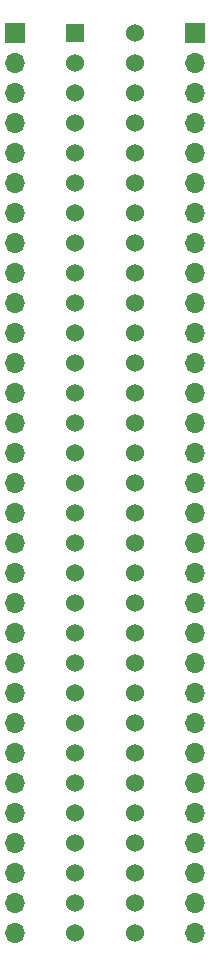
<source format=gbr>
%TF.GenerationSoftware,KiCad,Pcbnew,(5.1.8)-1*%
%TF.CreationDate,2020-12-26T11:11:33-07:00*%
%TF.ProjectId,ISA_BB,4953415f-4242-42e6-9b69-6361645f7063,rev?*%
%TF.SameCoordinates,Original*%
%TF.FileFunction,Soldermask,Bot*%
%TF.FilePolarity,Negative*%
%FSLAX46Y46*%
G04 Gerber Fmt 4.6, Leading zero omitted, Abs format (unit mm)*
G04 Created by KiCad (PCBNEW (5.1.8)-1) date 2020-12-26 11:11:33*
%MOMM*%
%LPD*%
G01*
G04 APERTURE LIST*
%ADD10O,1.700000X1.700000*%
%ADD11R,1.700000X1.700000*%
%ADD12R,1.524000X1.524000*%
%ADD13C,1.524000*%
G04 APERTURE END LIST*
D10*
%TO.C,J1*%
X160020000Y-137160000D03*
X160020000Y-134620000D03*
X160020000Y-132080000D03*
X160020000Y-129540000D03*
X160020000Y-127000000D03*
X160020000Y-124460000D03*
X160020000Y-121920000D03*
X160020000Y-119380000D03*
X160020000Y-116840000D03*
X160020000Y-114300000D03*
X160020000Y-111760000D03*
X160020000Y-109220000D03*
X160020000Y-106680000D03*
X160020000Y-104140000D03*
X160020000Y-101600000D03*
X160020000Y-99060000D03*
X160020000Y-96520000D03*
X160020000Y-93980000D03*
X160020000Y-91440000D03*
X160020000Y-88900000D03*
X160020000Y-86360000D03*
X160020000Y-83820000D03*
X160020000Y-81280000D03*
X160020000Y-78740000D03*
X160020000Y-76200000D03*
X160020000Y-73660000D03*
X160020000Y-71120000D03*
X160020000Y-68580000D03*
X160020000Y-66040000D03*
X160020000Y-63500000D03*
D11*
X160020000Y-60960000D03*
%TD*%
D12*
%TO.C,J2*%
X165100000Y-60960000D03*
D13*
X165100000Y-63500000D03*
X165100000Y-66040000D03*
X165100000Y-68580000D03*
X165100000Y-71120000D03*
X165100000Y-73660000D03*
X165100000Y-76200000D03*
X165100000Y-78740000D03*
X165100000Y-81280000D03*
X165100000Y-83820000D03*
X165100000Y-86360000D03*
X165100000Y-88900000D03*
X165100000Y-91440000D03*
X165100000Y-93980000D03*
X165100000Y-96520000D03*
X165100000Y-99060000D03*
X165100000Y-101600000D03*
X165100000Y-104140000D03*
X165100000Y-106680000D03*
X165100000Y-109220000D03*
X165100000Y-111760000D03*
X165100000Y-114300000D03*
X165100000Y-116840000D03*
X165100000Y-119380000D03*
X165100000Y-121920000D03*
X165100000Y-124460000D03*
X165100000Y-127000000D03*
X165100000Y-129540000D03*
X165100000Y-132080000D03*
X165100000Y-134620000D03*
X165100000Y-137160000D03*
X170180000Y-60960000D03*
X170180000Y-63500000D03*
X170180000Y-66040000D03*
X170180000Y-68580000D03*
X170180000Y-71120000D03*
X170180000Y-73660000D03*
X170180000Y-76200000D03*
X170180000Y-78740000D03*
X170180000Y-81280000D03*
X170180000Y-83820000D03*
X170180000Y-86360000D03*
X170180000Y-88900000D03*
X170180000Y-91440000D03*
X170180000Y-93980000D03*
X170180000Y-96520000D03*
X170180000Y-99060000D03*
X170180000Y-101600000D03*
X170180000Y-104140000D03*
X170180000Y-106680000D03*
X170180000Y-109220000D03*
X170180000Y-111760000D03*
X170180000Y-114300000D03*
X170180000Y-116840000D03*
X170180000Y-119380000D03*
X170180000Y-121920000D03*
X170180000Y-124460000D03*
X170180000Y-127000000D03*
X170180000Y-129540000D03*
X170180000Y-132080000D03*
X170180000Y-134620000D03*
X170180000Y-137160000D03*
%TD*%
D11*
%TO.C,J3*%
X175260000Y-60960000D03*
D10*
X175260000Y-63500000D03*
X175260000Y-66040000D03*
X175260000Y-68580000D03*
X175260000Y-71120000D03*
X175260000Y-73660000D03*
X175260000Y-76200000D03*
X175260000Y-78740000D03*
X175260000Y-81280000D03*
X175260000Y-83820000D03*
X175260000Y-86360000D03*
X175260000Y-88900000D03*
X175260000Y-91440000D03*
X175260000Y-93980000D03*
X175260000Y-96520000D03*
X175260000Y-99060000D03*
X175260000Y-101600000D03*
X175260000Y-104140000D03*
X175260000Y-106680000D03*
X175260000Y-109220000D03*
X175260000Y-111760000D03*
X175260000Y-114300000D03*
X175260000Y-116840000D03*
X175260000Y-119380000D03*
X175260000Y-121920000D03*
X175260000Y-124460000D03*
X175260000Y-127000000D03*
X175260000Y-129540000D03*
X175260000Y-132080000D03*
X175260000Y-134620000D03*
X175260000Y-137160000D03*
%TD*%
M02*

</source>
